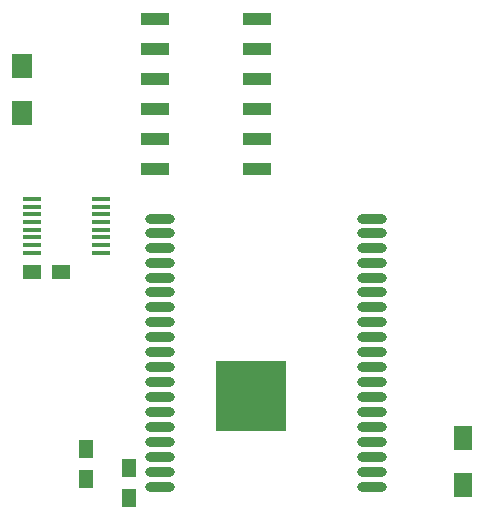
<source format=gbp>
G04 #@! TF.FileFunction,Paste,Bot*
%FSLAX46Y46*%
G04 Gerber Fmt 4.6, Leading zero omitted, Abs format (unit mm)*
G04 Created by KiCad (PCBNEW 4.0.6) date 01/04/18 03:56:18*
%MOMM*%
%LPD*%
G01*
G04 APERTURE LIST*
%ADD10C,0.100000*%
%ADD11O,2.500000X0.900000*%
%ADD12R,6.000000X6.000000*%
%ADD13R,1.250000X1.500000*%
%ADD14R,1.500000X1.250000*%
%ADD15R,1.700000X2.000000*%
%ADD16R,1.500000X0.450000*%
%ADD17R,2.440000X1.120000*%
%ADD18R,1.600000X2.000000*%
G04 APERTURE END LIST*
D10*
D11*
X198734000Y-130726000D03*
X198734000Y-129456000D03*
X198734000Y-128186000D03*
X198734000Y-126916000D03*
X198734000Y-125646000D03*
X198734000Y-124376000D03*
X198734000Y-123106000D03*
X198734000Y-121836000D03*
X198734000Y-120566000D03*
X198734000Y-119296000D03*
X198734000Y-118026000D03*
X198734000Y-116756000D03*
X198734000Y-115486000D03*
X198734000Y-114216000D03*
X198734000Y-112976000D03*
X198734000Y-111726000D03*
X198734000Y-110476000D03*
X198734000Y-109226000D03*
X198734000Y-107976000D03*
X180734000Y-107976000D03*
X180734000Y-109226000D03*
X180734000Y-110476000D03*
X180734000Y-111726000D03*
X180734000Y-112976000D03*
X180734000Y-114216000D03*
X180734000Y-115486000D03*
X180734000Y-116756000D03*
X180734000Y-118026000D03*
X180734000Y-119296000D03*
X180734000Y-120566000D03*
X180734000Y-121836000D03*
X180734000Y-123106000D03*
X180734000Y-124376000D03*
X180734000Y-125646000D03*
X180734000Y-126916000D03*
X180734000Y-128186000D03*
X180734000Y-129456000D03*
X180734000Y-130726000D03*
D12*
X188434000Y-123026000D03*
D13*
X178117500Y-129115500D03*
X178117500Y-131615500D03*
D14*
X169882500Y-112458500D03*
X172382500Y-112458500D03*
D15*
X169037000Y-95028000D03*
X169037000Y-99028000D03*
D16*
X169897000Y-110860000D03*
X169897000Y-110210000D03*
X169897000Y-109560000D03*
X169897000Y-108910000D03*
X169897000Y-108260000D03*
X169897000Y-107610000D03*
X169897000Y-106960000D03*
X169897000Y-106310000D03*
X175797000Y-106310000D03*
X175797000Y-106960000D03*
X175797000Y-107610000D03*
X175797000Y-108260000D03*
X175797000Y-108910000D03*
X175797000Y-109560000D03*
X175797000Y-110210000D03*
X175797000Y-110860000D03*
D17*
X188931000Y-91059000D03*
X180321000Y-103759000D03*
X188931000Y-93599000D03*
X180321000Y-101219000D03*
X188931000Y-96139000D03*
X180321000Y-98679000D03*
X188931000Y-98679000D03*
X180321000Y-96139000D03*
X188931000Y-101219000D03*
X180321000Y-93599000D03*
X188931000Y-103759000D03*
X180321000Y-91059000D03*
D13*
X174498000Y-127528000D03*
X174498000Y-130028000D03*
D18*
X206375000Y-126524000D03*
X206375000Y-130524000D03*
M02*

</source>
